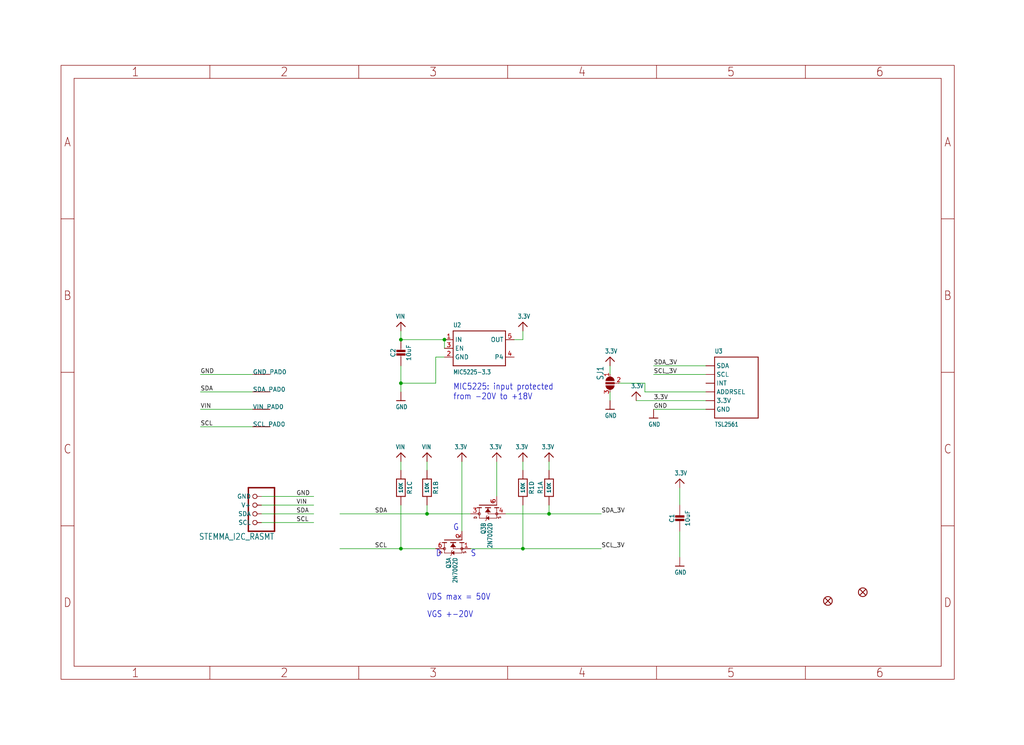
<source format=kicad_sch>
(kicad_sch (version 20230121) (generator eeschema)
  (paper "User" 298.45 217.322)
  (lib_symbols
    (symbol "working-eagle-import:3.3V" (power)
      (property "Value" "3.3V" (at -1.524 1.016 0))
      (symbol "3.3V_1_0"
        (polyline (pts (xy -1.27 -1.27) (xy 0 0)) (stroke (width 0.254)))
        (polyline (pts (xy 0 0) (xy 1.27 -1.27)) (stroke (width 0.254)))
        (pin power_in line (at 0 -2.54 90) (length 2.54) (name "3.3V") (number "1"))
      )
    )
    (symbol "working-eagle-import:CAP_CERAMIC0805-NOOUTLINE"
      (property "Reference" "C" (at -2.29 1.25 90))
      (symbol "CAP_CERAMIC0805-NOOUTLINE_1_0"
        (rectangle (start -1.27 0.508) (end 1.27 1.016) (fill (type outline)))
        (rectangle (start -1.27 1.524) (end 1.27 2.032) (fill (type outline)))
        (polyline (pts (xy 0 0.762) (xy 0 0)) (stroke (width 0.1524)))
        (polyline (pts (xy 0 2.54) (xy 0 1.778)) (stroke (width 0.1524)))
        (pin passive line (at 0 5.08 270) (length 2.54) (name "1") (number "1"))
        (pin passive line (at 0 -2.54 90) (length 2.54) (name "2") (number "2"))
      )
    )
    (symbol "working-eagle-import:FIDUCIAL_1MM"
      (symbol "FIDUCIAL_1MM_1_0"
        (polyline (pts (xy -0.762 0.762) (xy 0.762 -0.762)) (stroke (width 0.254)))
        (polyline (pts (xy 0.762 0.762) (xy -0.762 -0.762)) (stroke (width 0.254)))
        (circle (center 0 0) (radius 1.27) (stroke (width 0.254)))
      )
    )
    (symbol "working-eagle-import:FRAME_A4"
      (symbol "FRAME_A4_1_0"
        (polyline (pts (xy 0 44.7675) (xy 3.81 44.7675)))
        (polyline (pts (xy 0 89.535) (xy 3.81 89.535)))
        (polyline (pts (xy 0 134.3025) (xy 3.81 134.3025)))
        (polyline (pts (xy 3.81 3.81) (xy 3.81 175.26)))
        (polyline (pts (xy 43.3917 0) (xy 43.3917 3.81)))
        (polyline (pts (xy 43.3917 175.26) (xy 43.3917 179.07)))
        (polyline (pts (xy 86.7833 0) (xy 86.7833 3.81)))
        (polyline (pts (xy 86.7833 175.26) (xy 86.7833 179.07)))
        (polyline (pts (xy 130.175 0) (xy 130.175 3.81)))
        (polyline (pts (xy 130.175 175.26) (xy 130.175 179.07)))
        (polyline (pts (xy 173.5667 0) (xy 173.5667 3.81)))
        (polyline (pts (xy 173.5667 175.26) (xy 173.5667 179.07)))
        (polyline (pts (xy 216.9583 0) (xy 216.9583 3.81)))
        (polyline (pts (xy 216.9583 175.26) (xy 216.9583 179.07)))
        (polyline (pts (xy 256.54 3.81) (xy 3.81 3.81)))
        (polyline (pts (xy 256.54 3.81) (xy 256.54 8.89)) (stroke (width 0.1016)))
        (polyline (pts (xy 256.54 3.81) (xy 256.54 175.26)))
        (polyline (pts (xy 256.54 8.89) (xy 256.54 13.97)) (stroke (width 0.1016)))
        (polyline (pts (xy 256.54 13.97) (xy 256.54 19.05)) (stroke (width 0.1016)))
        (polyline (pts (xy 256.54 19.05) (xy 256.54 36.83)) (stroke (width 0.1016)))
        (polyline (pts (xy 256.54 44.7675) (xy 260.35 44.7675)))
        (polyline (pts (xy 256.54 89.535) (xy 260.35 89.535)))
        (polyline (pts (xy 256.54 134.3025) (xy 260.35 134.3025)))
        (polyline (pts (xy 256.54 175.26) (xy 3.81 175.26)))
        (polyline (pts (xy 0 0) (xy 260.35 0) (xy 260.35 179.07) (xy 0 179.07) (xy 0 0)))
        (text "1" (at 21.6958 1.905 0) (effects (font (size 2.54 2.286))))
        (text "1" (at 21.6958 177.165 0) (effects (font (size 2.54 2.286))))
        (text "2" (at 65.0875 1.905 0) (effects (font (size 2.54 2.286))))
        (text "2" (at 65.0875 177.165 0) (effects (font (size 2.54 2.286))))
        (text "3" (at 108.4792 1.905 0) (effects (font (size 2.54 2.286))))
        (text "3" (at 108.4792 177.165 0) (effects (font (size 2.54 2.286))))
        (text "4" (at 151.8708 1.905 0) (effects (font (size 2.54 2.286))))
        (text "4" (at 151.8708 177.165 0) (effects (font (size 2.54 2.286))))
        (text "5" (at 195.2625 1.905 0) (effects (font (size 2.54 2.286))))
        (text "5" (at 195.2625 177.165 0) (effects (font (size 2.54 2.286))))
        (text "6" (at 238.6542 1.905 0) (effects (font (size 2.54 2.286))))
        (text "6" (at 238.6542 177.165 0) (effects (font (size 2.54 2.286))))
        (text "A" (at 1.905 156.6863 0) (effects (font (size 2.54 2.286))))
        (text "A" (at 258.445 156.6863 0) (effects (font (size 2.54 2.286))))
        (text "B" (at 1.905 111.9188 0) (effects (font (size 2.54 2.286))))
        (text "B" (at 258.445 111.9188 0) (effects (font (size 2.54 2.286))))
        (text "C" (at 1.905 67.1513 0) (effects (font (size 2.54 2.286))))
        (text "C" (at 258.445 67.1513 0) (effects (font (size 2.54 2.286))))
        (text "D" (at 1.905 22.3838 0) (effects (font (size 2.54 2.286))))
        (text "D" (at 258.445 22.3838 0) (effects (font (size 2.54 2.286))))
      )
      (symbol "FRAME_A4_2_0"
        (polyline (pts (xy -0.3048 1.5748) (xy 20.0152 1.5748)) (stroke (width 0.6096)))
        (polyline (pts (xy -0.3048 10.4648) (xy -0.3048 1.5748)) (stroke (width 0.6096)))
        (polyline (pts (xy -0.3048 10.4648) (xy 20.0152 10.4648)) (stroke (width 0.3048)))
        (polyline (pts (xy -0.3048 19.3548) (xy -0.3048 10.4648)) (stroke (width 0.6096)))
        (polyline (pts (xy -0.3048 19.3548) (xy 20.0152 19.3548)) (stroke (width 0.3048)))
        (polyline (pts (xy -0.3048 28.2448) (xy -0.3048 19.3548)) (stroke (width 0.6096)))
        (polyline (pts (xy -0.3048 28.2448) (xy 20.0152 28.2448)) (stroke (width 0.3048)))
        (polyline (pts (xy -0.3048 34.5948) (xy -0.3048 28.2448)) (stroke (width 0.6096)))
        (polyline (pts (xy 20.0152 1.5748) (xy 20.0152 6.6548)) (stroke (width 0.3048)))
        (polyline (pts (xy 20.0152 1.5748) (xy 95.5802 1.5748)) (stroke (width 0.6096)))
        (polyline (pts (xy 20.0152 6.6548) (xy 20.0152 10.4648)) (stroke (width 0.3048)))
        (polyline (pts (xy 20.0152 6.6548) (xy 88.5952 6.6548)) (stroke (width 0.3048)))
        (polyline (pts (xy 20.0152 10.4648) (xy 20.0152 16.8148)) (stroke (width 0.3048)))
        (polyline (pts (xy 20.0152 16.8148) (xy 20.0152 19.3548)) (stroke (width 0.3048)))
        (polyline (pts (xy 20.0152 19.3548) (xy 20.0152 28.2448)) (stroke (width 0.3048)))
        (polyline (pts (xy 20.0152 28.2448) (xy 20.0152 34.5948)) (stroke (width 0.3048)))
        (polyline (pts (xy 20.0152 28.2448) (xy 105.7402 28.2448)) (stroke (width 0.3048)))
        (polyline (pts (xy 20.0152 34.5948) (xy -0.3048 34.5948)) (stroke (width 0.6096)))
        (polyline (pts (xy 88.5952 6.6548) (xy 95.5802 6.6548)) (stroke (width 0.3048)))
        (polyline (pts (xy 88.5952 16.8148) (xy 20.0152 16.8148)) (stroke (width 0.3048)))
        (polyline (pts (xy 88.5952 16.8148) (xy 88.5952 6.6548)) (stroke (width 0.3048)))
        (polyline (pts (xy 95.5802 1.5748) (xy 121.6152 1.5748)) (stroke (width 0.6096)))
        (polyline (pts (xy 95.5802 6.6548) (xy 95.5802 1.5748)) (stroke (width 0.3048)))
        (polyline (pts (xy 95.5802 6.6548) (xy 121.6152 6.6548)) (stroke (width 0.3048)))
        (polyline (pts (xy 101.2952 13.3223) (xy 102.2477 13.3223)) (stroke (width 0.254)))
        (polyline (pts (xy 105.7402 28.2448) (xy 105.7402 34.5948)) (stroke (width 0.3048)))
        (polyline (pts (xy 105.7402 28.2448) (xy 110.1852 28.2448)) (stroke (width 0.3048)))
        (polyline (pts (xy 105.7402 34.5948) (xy 20.0152 34.5948)) (stroke (width 0.6096)))
        (polyline (pts (xy 110.1852 16.8148) (xy 88.5952 16.8148)) (stroke (width 0.3048)))
        (polyline (pts (xy 110.1852 28.2448) (xy 110.1852 16.8148)) (stroke (width 0.3048)))
        (polyline (pts (xy 110.1852 28.2448) (xy 121.6152 28.2448)) (stroke (width 0.3048)))
        (polyline (pts (xy 121.6152 6.6548) (xy 121.6152 1.5748)) (stroke (width 0.6096)))
        (polyline (pts (xy 121.6152 16.8148) (xy 110.1852 16.8148)) (stroke (width 0.3048)))
        (polyline (pts (xy 121.6152 16.8148) (xy 121.6152 6.6548)) (stroke (width 0.6096)))
        (polyline (pts (xy 121.6152 28.2448) (xy 121.6152 16.8148)) (stroke (width 0.6096)))
        (polyline (pts (xy 121.6152 34.5948) (xy 105.7402 34.5948)) (stroke (width 0.6096)))
        (polyline (pts (xy 121.6152 34.5948) (xy 121.6152 28.2448)) (stroke (width 0.6096)))
        (circle (center 109.2327 31.4198) (radius 1.4199) (stroke (width 0.254)))
        (text "${#}/${##}" (at 108.9152 2.8448 0) (effects (font (size 2.54 2.54)) (justify left bottom)))
        (text "${CHECKED}" (at 2.2352 11.7348 0) (effects (font (size 1.778 1.5113)) (justify left bottom)))
        (text "${COMPANY}" (at 23.349 29.6735 0) (effects (font (size 3.175 2.6987) (thickness 0.5397) bold) (justify left bottom)))
        (text "${CURRENT_DATE}" (at 32.7152 9.1948 0) (effects (font (size 2.54 2.159)) (justify left bottom)))
        (text "${DATE}" (at 2.2352 2.8448 0) (effects (font (size 1.778 1.5113)) (justify left bottom)))
        (text "${DRAWN}" (at 2.2352 20.6248 0) (effects (font (size 1.778 1.5113)) (justify left bottom)))
        (text "${DRGNO}" (at 91.1352 9.1948 0) (effects (font (size 2.1844 1.8567)) (justify left bottom)))
        (text "${PROJECTNAME}" (at 33.0327 2.8448 0) (effects (font (size 2.54 2.159)) (justify left bottom)))
        (text "${REV}" (at 113.9952 18.7198 0) (effects (font (size 3.81 3.2385)) (justify left bottom)))
        (text "2015" (at 112.4077 30.4673 0) (effects (font (size 1.778 1.5113)) (justify left bottom)))
        (text "C" (at 108.7564 30.7848 0) (effects (font (size 1.27 1.0795)) (justify left bottom)))
        (text "CHECKED" (at 0.9652 16.1798 0) (effects (font (size 1.778 1.5113)) (justify left bottom)))
        (text "DATE" (at 0.9652 7.2898 0) (effects (font (size 1.778 1.5113)) (justify left bottom)))
        (text "DATE" (at 21.2852 13.0048 0) (effects (font (size 2.54 2.54)) (justify left bottom)))
        (text "DRAWN" (at 0.9652 25.0698 0) (effects (font (size 1.778 1.5113)) (justify left bottom)))
        (text "DRG" (at 89.8652 13.0048 0) (effects (font (size 2.54 2.54)) (justify left bottom)))
        (text "FILE:" (at 21.2852 2.8448 0) (effects (font (size 2.54 2.54)) (justify left bottom)))
        (text "ISSUE" (at 5.0927 30.4673 0) (effects (font (size 1.9304 1.6408)) (justify left bottom)))
        (text "N" (at 98.4377 13.0048 0) (effects (font (size 2.54 2.54)) (justify left bottom)))
        (text "o" (at 100.9777 13.9573 0) (effects (font (size 2.1844 1.8567)) (justify left bottom)))
        (text "PAGE:" (at 96.8502 2.8448 0) (effects (font (size 2.54 2.54)) (justify left bottom)))
        (text "REV" (at 112.4077 24.4348 0) (effects (font (size 2.54 2.54)) (justify left bottom)))
        (text "TITLE" (at 21.2852 24.4348 0) (effects (font (size 2.54 2.54)) (justify left bottom)))
      )
    )
    (symbol "working-eagle-import:GND" (power)
      (property "Value" "GND" (at -1.524 -2.54 0))
      (symbol "GND_1_0"
        (polyline (pts (xy -1.27 0) (xy 1.27 0)) (stroke (width 0.254)))
        (pin power_in line (at 0 2.54 270) (length 2.54) (name "GND") (number "1"))
      )
    )
    (symbol "working-eagle-import:LIGHT_TSL2561"
      (property "Reference" "U" (at -7.62 8.636 0))
      (symbol "LIGHT_TSL2561_1_0"
        (polyline (pts (xy -7.62 -10.16) (xy -7.62 7.62)) (stroke (width 0.254)))
        (polyline (pts (xy -7.62 7.62) (xy 5.08 7.62)) (stroke (width 0.254)))
        (polyline (pts (xy 5.08 -10.16) (xy -7.62 -10.16)) (stroke (width 0.254)))
        (polyline (pts (xy 5.08 7.62) (xy 5.08 -10.16)) (stroke (width 0.254)))
        (pin bidirectional line (at -10.16 -2.54 0) (length 2.54) (name "ADDRSEL") (number "ADR"))
        (pin bidirectional line (at -10.16 2.54 0) (length 2.54) (name "SCL") (number "CLK"))
        (pin bidirectional line (at -10.16 5.08 0) (length 2.54) (name "SDA") (number "DATA"))
        (pin bidirectional line (at -10.16 0 0) (length 2.54) (name "INT") (number "INT"))
        (pin bidirectional line (at -10.16 -5.08 0) (length 2.54) (name "3.3V") (number "VDD"))
        (pin bidirectional line (at -10.16 -7.62 0) (length 2.54) (name "GND") (number "VSS"))
      )
    )
    (symbol "working-eagle-import:MOSFET-N_DUAL"
      (property "Reference" "Q" (at 5.08 0.635 0))
      (symbol "MOSFET-N_DUAL_1_0"
        (polyline (pts (xy 0 2.54) (xy 0 -2.54)) (stroke (width 0.254)))
        (polyline (pts (xy 0.762 -2.54) (xy 0.762 -3.175)) (stroke (width 0.254)))
        (polyline (pts (xy 0.762 -1.905) (xy 0.762 -2.54)) (stroke (width 0.254)))
        (polyline (pts (xy 0.762 0) (xy 0.762 -0.762)) (stroke (width 0.254)))
        (polyline (pts (xy 0.762 0) (xy 2.54 0)) (stroke (width 0.1524)))
        (polyline (pts (xy 0.762 0.762) (xy 0.762 0)) (stroke (width 0.254)))
        (polyline (pts (xy 0.762 2.54) (xy 0.762 1.905)) (stroke (width 0.254)))
        (polyline (pts (xy 0.762 2.54) (xy 3.81 2.54)) (stroke (width 0.1524)))
        (polyline (pts (xy 0.762 3.175) (xy 0.762 2.54)) (stroke (width 0.254)))
        (polyline (pts (xy 2.54 -2.54) (xy 0.762 -2.54)) (stroke (width 0.1524)))
        (polyline (pts (xy 2.54 -2.54) (xy 3.81 -2.54)) (stroke (width 0.1524)))
        (polyline (pts (xy 2.54 0) (xy 2.54 -2.54)) (stroke (width 0.1524)))
        (polyline (pts (xy 3.302 0.508) (xy 3.048 0.254)) (stroke (width 0.1524)))
        (polyline (pts (xy 3.81 0.508) (xy 3.302 0.508)) (stroke (width 0.1524)))
        (polyline (pts (xy 3.81 0.508) (xy 3.81 -2.54)) (stroke (width 0.1524)))
        (polyline (pts (xy 3.81 2.54) (xy 3.81 0.508)) (stroke (width 0.1524)))
        (polyline (pts (xy 4.318 0.508) (xy 3.81 0.508)) (stroke (width 0.1524)))
        (polyline (pts (xy 4.572 0.762) (xy 4.318 0.508)) (stroke (width 0.1524)))
        (polyline (pts (xy 1.016 0) (xy 2.032 0.762) (xy 2.032 -0.762)) (stroke (width 0.1524)) (fill (type outline)))
        (polyline (pts (xy 3.81 0.508) (xy 3.302 -0.254) (xy 4.318 -0.254)) (stroke (width 0.1524)) (fill (type outline)))
        (circle (center 2.54 -2.54) (radius 0.3592))
        (circle (center 2.54 2.54) (radius 0.3592))
        (text "D" (at 3.175 3.175 0) (effects (font (size 0.8128 0.6908)) (justify left bottom)))
        (text "G" (at -1.27 -1.905 0) (effects (font (size 0.8128 0.6908)) (justify left bottom)))
        (text "S" (at 3.175 -3.81 0) (effects (font (size 0.8128 0.6908)) (justify left bottom)))
        (pin bidirectional line (at 2.54 -5.08 90) (length 2.54) (name "S") (number "1"))
        (pin bidirectional line (at -2.54 -2.54 0) (length 2.54) (name "G") (number "2"))
        (pin bidirectional line (at 2.54 5.08 270) (length 2.54) (name "D") (number "6"))
      )
      (symbol "MOSFET-N_DUAL_2_0"
        (polyline (pts (xy 0 2.54) (xy 0 -2.54)) (stroke (width 0.254)))
        (polyline (pts (xy 0.762 -2.54) (xy 0.762 -3.175)) (stroke (width 0.254)))
        (polyline (pts (xy 0.762 -1.905) (xy 0.762 -2.54)) (stroke (width 0.254)))
        (polyline (pts (xy 0.762 0) (xy 0.762 -0.762)) (stroke (width 0.254)))
        (polyline (pts (xy 0.762 0) (xy 2.54 0)) (stroke (width 0.1524)))
        (polyline (pts (xy 0.762 0.762) (xy 0.762 0)) (stroke (width 0.254)))
        (polyline (pts (xy 0.762 2.54) (xy 0.762 1.905)) (stroke (width 0.254)))
        (polyline (pts (xy 0.762 2.54) (xy 3.81 2.54)) (stroke (width 0.1524)))
        (polyline (pts (xy 0.762 3.175) (xy 0.762 2.54)) (stroke (width 0.254)))
        (polyline (pts (xy 2.54 -2.54) (xy 0.762 -2.54)) (stroke (width 0.1524)))
        (polyline (pts (xy 2.54 -2.54) (xy 3.81 -2.54)) (stroke (width 0.1524)))
        (polyline (pts (xy 2.54 0) (xy 2.54 -2.54)) (stroke (width 0.1524)))
        (polyline (pts (xy 3.302 0.508) (xy 3.048 0.254)) (stroke (width 0.1524)))
        (polyline (pts (xy 3.81 0.508) (xy 3.302 0.508)) (stroke (width 0.1524)))
        (polyline (pts (xy 3.81 0.508) (xy 3.81 -2.54)) (stroke (width 0.1524)))
        (polyline (pts (xy 3.81 2.54) (xy 3.81 0.508)) (stroke (width 0.1524)))
        (polyline (pts (xy 4.318 0.508) (xy 3.81 0.508)) (stroke (width 0.1524)))
        (polyline (pts (xy 4.572 0.762) (xy 4.318 0.508)) (stroke (width 0.1524)))
        (polyline (pts (xy 1.016 0) (xy 2.032 0.762) (xy 2.032 -0.762)) (stroke (width 0.1524)) (fill (type outline)))
        (polyline (pts (xy 3.81 0.508) (xy 3.302 -0.254) (xy 4.318 -0.254)) (stroke (width 0.1524)) (fill (type outline)))
        (circle (center 2.54 -2.54) (radius 0.3592))
        (circle (center 2.54 2.54) (radius 0.3592))
        (text "D" (at 3.175 3.175 0) (effects (font (size 0.8128 0.6908)) (justify left bottom)))
        (text "G" (at -1.27 -1.905 0) (effects (font (size 0.8128 0.6908)) (justify left bottom)))
        (text "S" (at 3.175 -3.81 0) (effects (font (size 0.8128 0.6908)) (justify left bottom)))
        (pin bidirectional line (at 2.54 5.08 270) (length 2.54) (name "D") (number "3"))
        (pin bidirectional line (at 2.54 -5.08 90) (length 2.54) (name "S") (number "4"))
        (pin bidirectional line (at -2.54 -2.54 0) (length 2.54) (name "G") (number "5"))
      )
    )
    (symbol "working-eagle-import:RESISTOR_4PACK"
      (property "Reference" "R" (at 0 2.54 0))
      (symbol "RESISTOR_4PACK_1_0"
        (polyline (pts (xy -2.54 -1.27) (xy -2.54 1.27)) (stroke (width 0.254)))
        (polyline (pts (xy -2.54 1.27) (xy 2.54 1.27)) (stroke (width 0.254)))
        (polyline (pts (xy 2.54 -1.27) (xy -2.54 -1.27)) (stroke (width 0.254)))
        (polyline (pts (xy 2.54 1.27) (xy 2.54 -1.27)) (stroke (width 0.254)))
        (pin passive line (at -5.08 0 0) (length 2.54) (name "1") (number "1"))
        (pin passive line (at 5.08 0 180) (length 2.54) (name "2") (number "8"))
      )
      (symbol "RESISTOR_4PACK_2_0"
        (polyline (pts (xy -2.54 -1.27) (xy -2.54 1.27)) (stroke (width 0.254)))
        (polyline (pts (xy -2.54 1.27) (xy 2.54 1.27)) (stroke (width 0.254)))
        (polyline (pts (xy 2.54 -1.27) (xy -2.54 -1.27)) (stroke (width 0.254)))
        (polyline (pts (xy 2.54 1.27) (xy 2.54 -1.27)) (stroke (width 0.254)))
        (pin passive line (at -5.08 0 0) (length 2.54) (name "1") (number "2"))
        (pin passive line (at 5.08 0 180) (length 2.54) (name "2") (number "7"))
      )
      (symbol "RESISTOR_4PACK_3_0"
        (polyline (pts (xy -2.54 -1.27) (xy -2.54 1.27)) (stroke (width 0.254)))
        (polyline (pts (xy -2.54 1.27) (xy 2.54 1.27)) (stroke (width 0.254)))
        (polyline (pts (xy 2.54 -1.27) (xy -2.54 -1.27)) (stroke (width 0.254)))
        (polyline (pts (xy 2.54 1.27) (xy 2.54 -1.27)) (stroke (width 0.254)))
        (pin passive line (at -5.08 0 0) (length 2.54) (name "1") (number "3"))
        (pin passive line (at 5.08 0 180) (length 2.54) (name "2") (number "6"))
      )
      (symbol "RESISTOR_4PACK_4_0"
        (polyline (pts (xy -2.54 -1.27) (xy -2.54 1.27)) (stroke (width 0.254)))
        (polyline (pts (xy -2.54 1.27) (xy 2.54 1.27)) (stroke (width 0.254)))
        (polyline (pts (xy 2.54 -1.27) (xy -2.54 -1.27)) (stroke (width 0.254)))
        (polyline (pts (xy 2.54 1.27) (xy 2.54 -1.27)) (stroke (width 0.254)))
        (pin passive line (at -5.08 0 0) (length 2.54) (name "1") (number "4"))
        (pin passive line (at 5.08 0 180) (length 2.54) (name "2") (number "5"))
      )
    )
    (symbol "working-eagle-import:SEWTAP-ALLIGATOR"
      (property "Reference" "TP" (at 0 0 0))
      (symbol "SEWTAP-ALLIGATOR_1_0"
        (pin bidirectional line (at 0 0 0) (length 5.08) (name "SEW") (number "P$1"))
      )
    )
    (symbol "working-eagle-import:SOLDERJUMPER_2WAY"
      (property "Reference" "SJ" (at -5.08 -3.81 0))
      (symbol "SOLDERJUMPER_2WAY_1_0"
        (arc (start -0.635 1.27) (mid -1.8995 0) (end -0.635 -1.27) (stroke (width 0.0001)) (fill (type outline)))
        (rectangle (start -0.254 -1.27) (end 0.254 1.27) (fill (type outline)))
        (polyline (pts (xy -2.54 0) (xy -1.651 0)) (stroke (width 0.1524)))
        (polyline (pts (xy 0 2.54) (xy 0 0.381)) (stroke (width 0.1524)))
        (polyline (pts (xy 2.54 0) (xy 1.651 0)) (stroke (width 0.1524)))
        (arc (start 0.635 -1.27) (mid 1.8995 0) (end 0.635 1.27) (stroke (width 0.0001)) (fill (type outline)))
        (pin passive line (at -2.54 0 0) (length 0) (name "1") (number "1"))
        (pin passive line (at 0 2.54 270) (length 0) (name "2") (number "2"))
        (pin passive line (at 2.54 0 180) (length 0) (name "3") (number "3"))
      )
    )
    (symbol "working-eagle-import:STEMMA_I2C_RASMT"
      (symbol "STEMMA_I2C_RASMT_1_0"
        (polyline (pts (xy -3.81 -5.08) (xy 3.81 -5.08)) (stroke (width 0.4064)))
        (polyline (pts (xy -3.81 7.62) (xy -3.81 -5.08)) (stroke (width 0.4064)))
        (polyline (pts (xy 3.81 -5.08) (xy 3.81 7.62)) (stroke (width 0.4064)))
        (polyline (pts (xy 3.81 7.62) (xy -3.81 7.62)) (stroke (width 0.4064)))
        (pin passive inverted (at 0 5.08 0) (length 2.54) (name "GND") (number "1"))
        (pin passive inverted (at 0 2.54 0) (length 2.54) (name "V+") (number "2"))
        (pin passive inverted (at 0 0 0) (length 2.54) (name "SDA") (number "3"))
        (pin passive inverted (at 0 -2.54 0) (length 2.54) (name "SCL") (number "4"))
      )
    )
    (symbol "working-eagle-import:VIN" (power)
      (property "Value" "VIN" (at -1.524 1.016 0))
      (symbol "VIN_1_0"
        (polyline (pts (xy -1.27 -1.27) (xy 0 0)) (stroke (width 0.254)))
        (polyline (pts (xy 0 0) (xy 1.27 -1.27)) (stroke (width 0.254)))
        (pin power_in line (at 0 -2.54 90) (length 2.54) (name "VIN") (number "1"))
      )
    )
    (symbol "working-eagle-import:VREG_SOT23-5"
      (property "Reference" "U" (at -7.62 6.096 0))
      (symbol "VREG_SOT23-5_1_0"
        (polyline (pts (xy -7.62 -5.08) (xy -7.62 5.08)) (stroke (width 0.254)))
        (polyline (pts (xy -7.62 5.08) (xy 7.62 5.08)) (stroke (width 0.254)))
        (polyline (pts (xy 7.62 -5.08) (xy -7.62 -5.08)) (stroke (width 0.254)))
        (polyline (pts (xy 7.62 5.08) (xy 7.62 -5.08)) (stroke (width 0.254)))
        (pin power_in line (at -10.16 2.54 0) (length 2.54) (name "IN") (number "1"))
        (pin power_in line (at -10.16 -2.54 0) (length 2.54) (name "GND") (number "2"))
        (pin input line (at -10.16 0 0) (length 2.54) (name "EN") (number "3"))
        (pin bidirectional line (at 10.16 -2.54 180) (length 2.54) (name "P4") (number "4"))
        (pin power_in line (at 10.16 2.54 180) (length 2.54) (name "OUT") (number "5"))
      )
    )
  )
  (junction (at 129.54 99.06))
  (junction (at 116.84 160.02))
  (junction (at 116.84 99.06))
  (junction (at 152.4 160.02))
  (junction (at 160.02 149.86))
  (junction (at 124.46 149.86))
  (junction (at 116.84 111.76))
  (wire (pts (xy 198.12 147.32) (xy 198.12 142.24)) (stroke (width 0.1524)))
  (wire (pts (xy 76.2 152.4) (xy 91.44 152.4)) (stroke (width 0.1524)))
  (wire (pts (xy 177.8 106.68) (xy 177.8 109.22)) (stroke (width 0.1524)))
  (wire (pts (xy 147.32 149.86) (xy 160.02 149.86)) (stroke (width 0.1524)))
  (wire (pts (xy 91.44 147.32) (xy 76.2 147.32)) (stroke (width 0.1524)))
  (wire (pts (xy 116.84 111.76) (xy 116.84 106.68)) (stroke (width 0.1524)))
  (wire (pts (xy 187.96 114.3) (xy 205.74 114.3)) (stroke (width 0.1524)))
  (wire (pts (xy 129.54 101.6) (xy 129.54 99.06)) (stroke (width 0.1524)))
  (wire (pts (xy 129.54 104.14) (xy 127 104.14)) (stroke (width 0.1524)))
  (wire (pts (xy 144.78 144.78) (xy 144.78 134.62)) (stroke (width 0.1524)))
  (wire (pts (xy 116.84 111.76) (xy 116.84 114.3)) (stroke (width 0.1524)))
  (wire (pts (xy 58.42 119.38) (xy 73.66 119.38)) (stroke (width 0.1524)))
  (wire (pts (xy 205.74 116.84) (xy 185.42 116.84)) (stroke (width 0.1524)))
  (wire (pts (xy 152.4 147.32) (xy 152.4 160.02)) (stroke (width 0.1524)))
  (wire (pts (xy 58.42 109.22) (xy 73.66 109.22)) (stroke (width 0.1524)))
  (wire (pts (xy 127 160.02) (xy 116.84 160.02)) (stroke (width 0.1524)))
  (wire (pts (xy 73.66 124.46) (xy 58.42 124.46)) (stroke (width 0.1524)))
  (wire (pts (xy 180.34 111.76) (xy 187.96 111.76)) (stroke (width 0.1524)))
  (wire (pts (xy 137.16 160.02) (xy 152.4 160.02)) (stroke (width 0.1524)))
  (wire (pts (xy 124.46 137.16) (xy 124.46 134.62)) (stroke (width 0.1524)))
  (wire (pts (xy 137.16 149.86) (xy 124.46 149.86)) (stroke (width 0.1524)))
  (wire (pts (xy 127 111.76) (xy 116.84 111.76)) (stroke (width 0.1524)))
  (wire (pts (xy 152.4 99.06) (xy 152.4 96.52)) (stroke (width 0.1524)))
  (wire (pts (xy 134.62 154.94) (xy 134.62 134.62)) (stroke (width 0.1524)))
  (wire (pts (xy 149.86 99.06) (xy 152.4 99.06)) (stroke (width 0.1524)))
  (wire (pts (xy 152.4 137.16) (xy 152.4 134.62)) (stroke (width 0.1524)))
  (wire (pts (xy 190.5 119.38) (xy 205.74 119.38)) (stroke (width 0.1524)))
  (wire (pts (xy 160.02 137.16) (xy 160.02 134.62)) (stroke (width 0.1524)))
  (wire (pts (xy 177.8 116.84) (xy 177.8 114.3)) (stroke (width 0.1524)))
  (wire (pts (xy 116.84 160.02) (xy 99.06 160.02)) (stroke (width 0.1524)))
  (wire (pts (xy 76.2 149.86) (xy 91.44 149.86)) (stroke (width 0.1524)))
  (wire (pts (xy 116.84 147.32) (xy 116.84 160.02)) (stroke (width 0.1524)))
  (wire (pts (xy 190.5 109.22) (xy 205.74 109.22)) (stroke (width 0.1524)))
  (wire (pts (xy 73.66 114.3) (xy 58.42 114.3)) (stroke (width 0.1524)))
  (wire (pts (xy 124.46 147.32) (xy 124.46 149.86)) (stroke (width 0.1524)))
  (wire (pts (xy 160.02 149.86) (xy 175.26 149.86)) (stroke (width 0.1524)))
  (wire (pts (xy 160.02 147.32) (xy 160.02 149.86)) (stroke (width 0.1524)))
  (wire (pts (xy 116.84 96.52) (xy 116.84 99.06)) (stroke (width 0.1524)))
  (wire (pts (xy 205.74 106.68) (xy 190.5 106.68)) (stroke (width 0.1524)))
  (wire (pts (xy 152.4 160.02) (xy 175.26 160.02)) (stroke (width 0.1524)))
  (wire (pts (xy 129.54 99.06) (xy 116.84 99.06)) (stroke (width 0.1524)))
  (wire (pts (xy 124.46 149.86) (xy 99.06 149.86)) (stroke (width 0.1524)))
  (wire (pts (xy 127 104.14) (xy 127 111.76)) (stroke (width 0.1524)))
  (wire (pts (xy 198.12 162.56) (xy 198.12 154.94)) (stroke (width 0.1524)))
  (wire (pts (xy 116.84 134.62) (xy 116.84 137.16)) (stroke (width 0.1524)))
  (wire (pts (xy 76.2 144.78) (xy 91.44 144.78)) (stroke (width 0.1524)))
  (wire (pts (xy 187.96 111.76) (xy 187.96 114.3)) (stroke (width 0.1524)))
  (text "VGS +-20V" (at 124.46 180.34 0) (effects (font (size 1.778 1.5113)) (justify left bottom)))
  (text "G" (at 132.08 154.94 0) (effects (font (size 1.778 1.5113)) (justify left bottom)))
  (text "D" (at 127 162.56 0) (effects (font (size 1.778 1.5113)) (justify left bottom)))
  (text "S" (at 137.16 162.56 0) (effects (font (size 1.778 1.5113)) (justify left bottom)))
  (text "MIC5225: input protected\nfrom -20V to +18V" (at 132.08 116.84 0) (effects (font (size 1.778 1.5113)) (justify left bottom)))
  (text "VDS max = 50V" (at 124.46 175.26 0) (effects (font (size 1.778 1.5113)) (justify left bottom)))
  (label "SCL" (at 109.22 160.02 0) (effects (font (size 1.2446 1.2446))))
  (label "SCL_3V" (at 175.26 160.02 0) (effects (font (size 1.2446 1.2446))))
  (label "GND" (at 86.36 144.78 0) (effects (font (size 1.2446 1.2446))))
  (label "GND" (at 58.42 109.22 0) (effects (font (size 1.2446 1.2446))))
  (label "VIN" (at 58.42 119.38 0) (effects (font (size 1.2446 1.2446))))
  (label "SDA" (at 58.42 114.3 0) (effects (font (size 1.2446 1.2446))))
  (label "SDA_3V" (at 175.26 149.86 0) (effects (font (size 1.2446 1.2446))))
  (label "GND" (at 190.5 119.38 0) (effects (font (size 1.2446 1.2446))))
  (label "SDA" (at 109.22 149.86 0) (effects (font (size 1.2446 1.2446))))
  (label "VIN" (at 86.36 147.32 0) (effects (font (size 1.2446 1.2446))))
  (label "SCL" (at 86.36 152.4 0) (effects (font (size 1.2446 1.2446))))
  (label "SDA_3V" (at 190.5 106.68 0) (effects (font (size 1.2446 1.2446))))
  (label "3.3V" (at 190.5 116.84 0) (effects (font (size 1.2446 1.2446))))
  (label "SCL" (at 58.42 124.46 0) (effects (font (size 1.2446 1.2446))))
  (label "SCL_3V" (at 190.5 109.22 0) (effects (font (size 1.2446 1.2446))))
  (label "SDA" (at 86.36 149.86 0) (effects (font (size 1.2446 1.2446))))
  (symbol (lib_id "working-eagle-import:VIN") (at 124.46 132.08 0) (unit 1)
    (property "Reference" "#U$16" (effects hide))
    (property "Value" "VIN" (at 122.936 131.064 0) (effects (font (size 1.27 1.0795)) (justify left bottom)))
  )
  (symbol (lib_id "working-eagle-import:RESISTOR_4PACK") (at 152.4 142.24 270) (mirror x) (unit 4)
    (property "Reference" "R1" (at 154.94 142.24 0))
    (property "Value" "10K" (at 152.4 142.24 0) (effects (font (size 1.016 1.016) bold)))
    (property "Footprint" "working:RESPACK_4X0603" (effects hide))
  )
  (symbol (lib_id "working-eagle-import:FIDUCIAL_1MM") (at 251.46 172.72 0) (unit 1)
    (property "Reference" "FID2" (effects hide))
    (property "Value" "FIDUCIAL_1MM" (effects hide))
    (property "Footprint" "working:FIDUCIAL_1MM" (effects hide))
  )
  (symbol (lib_id "working-eagle-import:VIN") (at 116.84 93.98 0) (unit 1)
    (property "Reference" "#U$9" (effects hide))
    (property "Value" "VIN" (at 115.316 92.964 0) (effects (font (size 1.27 1.0795)) (justify left bottom)))
  )
  (symbol (lib_id "working-eagle-import:CAP_CERAMIC0805-NOOUTLINE") (at 198.12 152.4 0) (unit 1)
    (property "Reference" "C1" (at 195.83 151.15 90))
    (property "Value" "10uF" (at 200.42 151.15 90))
    (property "Footprint" "working:0805-NO" (effects hide))
  )
  (symbol (lib_id "working-eagle-import:3.3V") (at 152.4 93.98 0) (unit 1)
    (property "Reference" "#U$2" (effects hide))
    (property "Value" "3.3V" (at 150.876 92.964 0) (effects (font (size 1.27 1.0795)) (justify left bottom)))
  )
  (symbol (lib_id "working-eagle-import:SEWTAP-ALLIGATOR") (at 73.66 124.46 0) (unit 1)
    (property "Reference" "SCL_PAD0" (at 73.66 124.46 0) (effects (justify left bottom)))
    (property "Value" "SEWTAP-ALLIGATOR" (effects hide))
    (property "Footprint" "working:SEWALLI" (effects hide))
  )
  (symbol (lib_id "working-eagle-import:GND") (at 198.12 165.1 0) (unit 1)
    (property "Reference" "#U$3" (effects hide))
    (property "Value" "GND" (at 196.596 167.64 0) (effects (font (size 1.27 1.0795)) (justify left bottom)))
  )
  (symbol (lib_id "working-eagle-import:SEWTAP-ALLIGATOR") (at 73.66 119.38 0) (unit 1)
    (property "Reference" "VIN_PAD0" (at 73.66 119.38 0) (effects (justify left bottom)))
    (property "Value" "SEWTAP-ALLIGATOR" (effects hide))
    (property "Footprint" "working:SEWALLI" (effects hide))
  )
  (symbol (lib_id "working-eagle-import:SOLDERJUMPER_2WAY") (at 177.8 111.76 270) (unit 1)
    (property "Reference" "SJ1" (at 173.99 106.68 0) (effects (font (size 1.778 1.5113)) (justify left bottom)))
    (property "Value" "SOLDERJUMPER_2WAY" (effects hide))
    (property "Footprint" "working:SOLDERJUMPER_2WAY_OPEN_NOPASTE" (effects hide))
  )
  (symbol (lib_id "working-eagle-import:VREG_SOT23-5") (at 139.7 101.6 0) (unit 1)
    (property "Reference" "U2" (at 132.08 95.504 0) (effects (font (size 1.27 1.0795)) (justify left bottom)))
    (property "Value" "MIC5225-3.3" (at 132.08 109.22 0) (effects (font (size 1.27 1.0795)) (justify left bottom)))
    (property "Footprint" "working:SOT23-5" (effects hide))
  )
  (symbol (lib_id "working-eagle-import:RESISTOR_4PACK") (at 116.84 142.24 270) (unit 3)
    (property "Reference" "R1" (at 119.38 142.24 0))
    (property "Value" "10K" (at 116.84 142.24 0) (effects (font (size 1.016 1.016) bold)))
    (property "Footprint" "working:RESPACK_4X0603" (effects hide))
  )
  (symbol (lib_id "working-eagle-import:3.3V") (at 152.4 132.08 0) (mirror y) (unit 1)
    (property "Reference" "#U$11" (effects hide))
    (property "Value" "3.3V" (at 153.924 131.064 0) (effects (font (size 1.27 1.0795)) (justify left bottom)))
  )
  (symbol (lib_id "working-eagle-import:3.3V") (at 185.42 114.3 0) (unit 1)
    (property "Reference" "#U$15" (effects hide))
    (property "Value" "3.3V" (at 183.896 113.284 0) (effects (font (size 1.27 1.0795)) (justify left bottom)))
  )
  (symbol (lib_id "working-eagle-import:MOSFET-N_DUAL") (at 142.24 147.32 90) (mirror x) (unit 2)
    (property "Reference" "Q3" (at 141.605 152.4 0) (effects (font (size 1.27 1.0795)) (justify left bottom)))
    (property "Value" "2N7002D" (at 143.51 152.4 0) (effects (font (size 1.27 1.0795)) (justify left bottom)))
    (property "Footprint" "working:SOT363" (effects hide))
  )
  (symbol (lib_id "working-eagle-import:VIN") (at 116.84 132.08 0) (unit 1)
    (property "Reference" "#U$17" (effects hide))
    (property "Value" "VIN" (at 115.316 131.064 0) (effects (font (size 1.27 1.0795)) (justify left bottom)))
  )
  (symbol (lib_id "working-eagle-import:GND") (at 190.5 121.92 0) (unit 1)
    (property "Reference" "#U$1" (effects hide))
    (property "Value" "GND" (at 188.976 124.46 0) (effects (font (size 1.27 1.0795)) (justify left bottom)))
  )
  (symbol (lib_id "working-eagle-import:RESISTOR_4PACK") (at 124.46 142.24 270) (unit 2)
    (property "Reference" "R1" (at 127 142.24 0))
    (property "Value" "10K" (at 124.46 142.24 0) (effects (font (size 1.016 1.016) bold)))
    (property "Footprint" "working:RESPACK_4X0603" (effects hide))
  )
  (symbol (lib_id "working-eagle-import:FIDUCIAL_1MM") (at 241.3 175.26 0) (unit 1)
    (property "Reference" "FID1" (effects hide))
    (property "Value" "FIDUCIAL_1MM" (effects hide))
    (property "Footprint" "working:FIDUCIAL_1MM" (effects hide))
  )
  (symbol (lib_id "working-eagle-import:RESISTOR_4PACK") (at 160.02 142.24 90) (mirror x) (unit 1)
    (property "Reference" "R1" (at 157.48 142.24 0))
    (property "Value" "10K" (at 160.02 142.24 0) (effects (font (size 1.016 1.016) bold)))
    (property "Footprint" "working:RESPACK_4X0603" (effects hide))
  )
  (symbol (lib_id "working-eagle-import:3.3V") (at 160.02 132.08 0) (mirror y) (unit 1)
    (property "Reference" "#U$10" (effects hide))
    (property "Value" "3.3V" (at 161.544 131.064 0) (effects (font (size 1.27 1.0795)) (justify left bottom)))
  )
  (symbol (lib_id "working-eagle-import:3.3V") (at 144.78 132.08 0) (mirror y) (unit 1)
    (property "Reference" "#U$14" (effects hide))
    (property "Value" "3.3V" (at 146.304 131.064 0) (effects (font (size 1.27 1.0795)) (justify left bottom)))
  )
  (symbol (lib_id "working-eagle-import:STEMMA_I2C_RASMT") (at 76.2 149.86 0) (mirror y) (unit 1)
    (property "Reference" "X1" (effects hide))
    (property "Value" "STEMMA_I2C_RASMT" (at 80.01 157.48 0) (effects (font (size 1.778 1.5113)) (justify left bottom)))
    (property "Footprint" "working:JSTPH4" (effects hide))
  )
  (symbol (lib_id "working-eagle-import:SEWTAP-ALLIGATOR") (at 73.66 109.22 0) (unit 1)
    (property "Reference" "GND_PAD0" (at 73.66 109.22 0) (effects (justify left bottom)))
    (property "Value" "SEWTAP-ALLIGATOR" (effects hide))
    (property "Footprint" "working:SEWALLI" (effects hide))
  )
  (symbol (lib_id "working-eagle-import:LIGHT_TSL2561") (at 215.9 111.76 0) (unit 1)
    (property "Reference" "U3" (at 208.28 103.124 0) (effects (font (size 1.27 1.0795)) (justify left bottom)))
    (property "Value" "TSL2561" (at 208.28 124.46 0) (effects (font (size 1.27 1.0795)) (justify left bottom)))
    (property "Footprint" "working:TSL2561_FN" (effects hide))
  )
  (symbol (lib_id "working-eagle-import:GND") (at 177.8 119.38 0) (unit 1)
    (property "Reference" "#U$18" (effects hide))
    (property "Value" "GND" (at 176.276 121.92 0) (effects (font (size 1.27 1.0795)) (justify left bottom)))
  )
  (symbol (lib_id "working-eagle-import:CAP_CERAMIC0805-NOOUTLINE") (at 116.84 104.14 0) (unit 1)
    (property "Reference" "C2" (at 114.55 102.89 90))
    (property "Value" "10uF" (at 119.14 102.89 90))
    (property "Footprint" "working:0805-NO" (effects hide))
  )
  (symbol (lib_id "working-eagle-import:3.3V") (at 134.62 132.08 0) (mirror y) (unit 1)
    (property "Reference" "#U$12" (effects hide))
    (property "Value" "3.3V" (at 136.144 131.064 0) (effects (font (size 1.27 1.0795)) (justify left bottom)))
  )
  (symbol (lib_id "working-eagle-import:FRAME_A4") (at 17.78 198.12 0) (unit 1)
    (property "Reference" "#FRAME1" (effects hide))
    (property "Value" "FRAME_A4" (effects hide))
  )
  (symbol (lib_id "working-eagle-import:GND") (at 116.84 116.84 0) (unit 1)
    (property "Reference" "#U$13" (effects hide))
    (property "Value" "GND" (at 115.316 119.38 0) (effects (font (size 1.27 1.0795)) (justify left bottom)))
  )
  (symbol (lib_id "working-eagle-import:MOSFET-N_DUAL") (at 132.08 157.48 90) (mirror x) (unit 1)
    (property "Reference" "Q3" (at 131.445 162.56 0) (effects (font (size 1.27 1.0795)) (justify left bottom)))
    (property "Value" "2N7002D" (at 133.35 162.56 0) (effects (font (size 1.27 1.0795)) (justify left bottom)))
    (property "Footprint" "working:SOT363" (effects hide))
  )
  (symbol (lib_id "working-eagle-import:3.3V") (at 177.8 104.14 0) (unit 1)
    (property "Reference" "#U$6" (effects hide))
    (property "Value" "3.3V" (at 176.276 103.124 0) (effects (font (size 1.27 1.0795)) (justify left bottom)))
  )
  (symbol (lib_id "working-eagle-import:SEWTAP-ALLIGATOR") (at 73.66 114.3 0) (unit 1)
    (property "Reference" "SDA_PAD0" (at 73.66 114.3 0) (effects (justify left bottom)))
    (property "Value" "SEWTAP-ALLIGATOR" (effects hide))
    (property "Footprint" "working:SEWALLI" (effects hide))
  )
  (symbol (lib_id "working-eagle-import:3.3V") (at 198.12 139.7 0) (unit 1)
    (property "Reference" "#U$5" (effects hide))
    (property "Value" "3.3V" (at 196.596 138.684 0) (effects (font (size 1.27 1.0795)) (justify left bottom)))
  )
)
</source>
